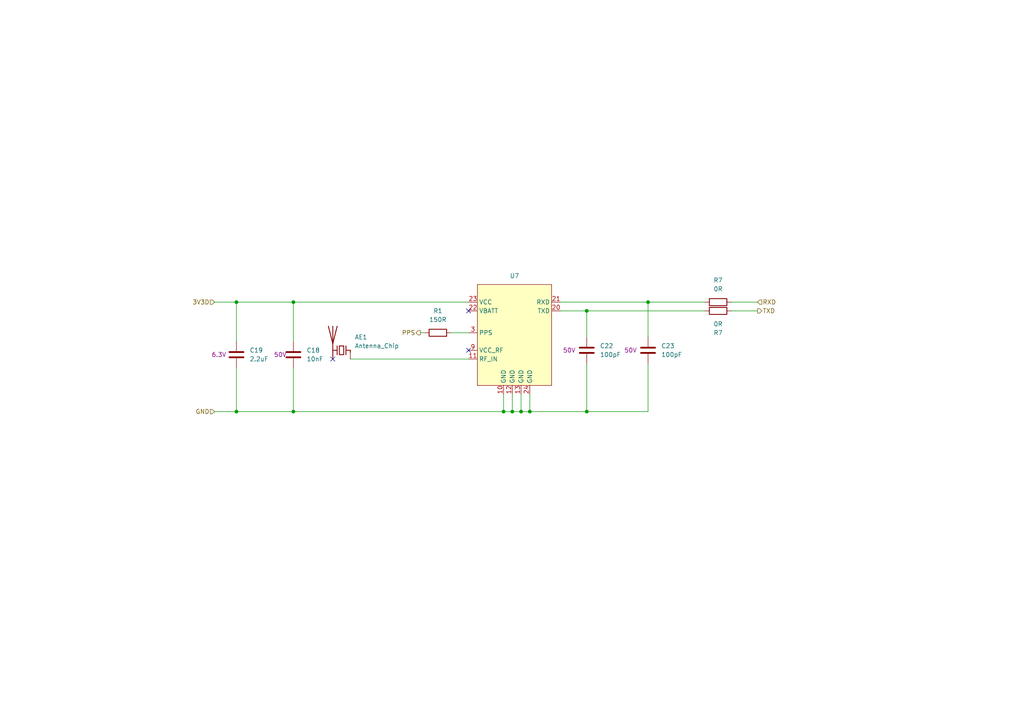
<source format=kicad_sch>
(kicad_sch (version 20230121) (generator eeschema)
  (paper "A4")
  (lib_symbols
    (symbol "Device:Antenna_Chip" (pin_numbers hide) (pin_names (offset 1.016) hide)
      (property "Reference" "AE" (at 0 5.08 0))
      (property "Value" "Antenna_Chip" (at 0 3.175 0))
      (symbol "Antenna_Chip_0_1"
        (polyline (pts (xy -2.54 0) (xy -2.54 -0.635)) (stroke (width 0.254)))
        (polyline (pts (xy -2.54 0) (xy -1.27 0)) (stroke (width 0.254)))
        (polyline (pts (xy 1.27 0) (xy 2.54 0)) (stroke (width 0.254)))
        (polyline (pts (xy 1.27 1.27) (xy 1.27 -1.27)) (stroke (width 0.254)))
        (polyline (pts (xy 2.54 -0.635) (xy 2.54 0)))
        (polyline (pts (xy 2.54 6.985) (xy 2.54 -1.905)) (stroke (width 0.254)))
        (polyline (pts (xy -1.27 1.27) (xy -1.27 -1.27) (xy -1.27 0)) (stroke (width 0.254)))
        (polyline (pts (xy 3.81 6.985) (xy 2.54 1.905) (xy 1.27 6.985)) (stroke (width 0.254)))
        (polyline (pts (xy -0.635 1.27) (xy 0.635 1.27) (xy 0.635 -1.27) (xy -0.635 -1.27) (xy -0.635 1.27)) (stroke (width 0.254)))
      )
      (symbol "Antenna_Chip_1_1"
        (pin input line (at -2.54 -2.54 90) (length 2.54) (name "FEED") (number "1"))
        (pin passive line (at 2.54 -2.54 90) (length 2.54) (name "PCB_Trace") (number "2"))
      )
    )
    (symbol "Device:C" (pin_numbers hide) (pin_names (offset 0.254))
      (property "Reference" "C" (at 0.635 2.54 0))
      (property "Value" "C" (at 0.635 -2.54 0))
      (symbol "C_0_1"
        (polyline (pts (xy -2.032 -0.762) (xy 2.032 -0.762)) (stroke (width 0.508)))
        (polyline (pts (xy -2.032 0.762) (xy 2.032 0.762)) (stroke (width 0.508)))
      )
      (symbol "C_1_1"
        (pin passive line (at 0 3.81 270) (length 2.794) (name "~") (number "1"))
        (pin passive line (at 0 -3.81 90) (length 2.794) (name "~") (number "2"))
      )
    )
    (symbol "Device:R" (pin_numbers hide) (pin_names (offset 0))
      (property "Reference" "R" (at 2.032 0 90))
      (property "Value" "R" (at 0 0 90))
      (symbol "R_0_1"
        (rectangle (start -1.016 -2.54) (end 1.016 2.54) (stroke (width 0.254)))
      )
      (symbol "R_1_1"
        (pin passive line (at 0 3.81 270) (length 1.27) (name "~") (number "1"))
        (pin passive line (at 0 -3.81 90) (length 1.27) (name "~") (number "2"))
      )
    )
    (symbol "my_library:YIC31612EBGG"
      (property "Reference" "U" (at 0 12.7 0))
      (symbol "YIC31612EBGG_1_1"
        (rectangle (start -11.43 11.43) (end 10.16 -17.78) (fill (type background)))
        (pin no_connect line (at 0 -2.54 180) (length 2.54) hide (name "NC") (number "1"))
        (pin power_in line (at -3.81 -20.32 90) (length 2.54) (name "GND") (number "10"))
        (pin input line (at -13.97 -10.16 0) (length 2.54) (name "RF_IN") (number "11"))
        (pin power_in line (at -1.27 -20.32 90) (length 2.54) (name "GND") (number "12"))
        (pin power_in line (at 1.27 -20.32 90) (length 2.54) (name "GND") (number "13"))
        (pin no_connect line (at 0 -2.54 180) (length 2.54) hide (name "NC") (number "14"))
        (pin no_connect line (at 0 -2.54 180) (length 2.54) hide (name "NC") (number "15"))
        (pin no_connect line (at 0 -2.54 180) (length 2.54) hide (name "NC") (number "16"))
        (pin no_connect line (at 0 -2.54 180) (length 2.54) hide (name "NC") (number "17"))
        (pin no_connect line (at 0 -2.54 180) (length 2.54) hide (name "NC") (number "18"))
        (pin no_connect line (at 0 -2.54 180) (length 2.54) hide (name "NC") (number "19"))
        (pin no_connect line (at 0 -2.54 180) (length 2.54) hide (name "NC") (number "2"))
        (pin output line (at 12.7 3.81 180) (length 2.54) (name "TXD") (number "20"))
        (pin input line (at 12.7 6.35 180) (length 2.54) (name "RXD") (number "21"))
        (pin power_in line (at -13.97 3.81 0) (length 2.54) (name "VBATT") (number "22"))
        (pin power_in line (at -13.97 6.35 0) (length 2.54) (name "VCC") (number "23"))
        (pin power_in line (at 3.81 -20.32 90) (length 2.54) (name "GND") (number "24"))
        (pin output line (at -13.97 -2.54 0) (length 2.54) (name "PPS") (number "3"))
        (pin no_connect line (at 0 -2.54 180) (length 2.54) hide (name "NC") (number "4"))
        (pin no_connect line (at 0 -2.54 180) (length 2.54) hide (name "NC") (number "5"))
        (pin no_connect line (at 0 -2.54 180) (length 2.54) hide (name "NC") (number "6"))
        (pin no_connect line (at 0 -2.54 180) (length 2.54) hide (name "NC") (number "7"))
        (pin no_connect line (at 0 -2.54 180) (length 2.54) hide (name "NC") (number "8"))
        (pin output line (at -13.97 -7.62 0) (length 2.54) (name "VCC_RF") (number "9"))
      )
    )
  )
  (junction (at 85.09 119.38))
  (junction (at 85.09 87.63))
  (junction (at 68.58 119.38))
  (junction (at 148.59 119.38))
  (junction (at 151.13 119.38))
  (junction (at 153.67 119.38))
  (junction (at 146.05 119.38))
  (junction (at 170.18 90.17))
  (junction (at 187.96 87.63))
  (junction (at 170.18 119.38))
  (junction (at 68.58 87.63))
  (no_connect (at 96.52 104.14))
  (no_connect (at 135.89 90.17))
  (no_connect (at 135.89 101.6))
  (wire (pts (xy 153.67 119.38) (xy 170.18 119.38)))
  (wire (pts (xy 151.13 119.38) (xy 153.67 119.38)))
  (wire (pts (xy 162.56 87.63) (xy 187.96 87.63)))
  (wire (pts (xy 212.09 90.17) (xy 219.71 90.17)))
  (wire (pts (xy 170.18 90.17) (xy 170.18 97.79)))
  (wire (pts (xy 187.96 119.38) (xy 187.96 105.41)))
  (wire (pts (xy 62.23 87.63) (xy 68.58 87.63)))
  (wire (pts (xy 148.59 119.38) (xy 151.13 119.38)))
  (wire (pts (xy 62.23 119.38) (xy 68.58 119.38)))
  (wire (pts (xy 170.18 119.38) (xy 170.18 105.41)))
  (wire (pts (xy 68.58 87.63) (xy 85.09 87.63)))
  (wire (pts (xy 85.09 106.68) (xy 85.09 119.38)))
  (wire (pts (xy 148.59 119.38) (xy 148.59 114.3)))
  (wire (pts (xy 121.92 96.52) (xy 123.19 96.52)))
  (wire (pts (xy 146.05 119.38) (xy 148.59 119.38)))
  (wire (pts (xy 153.67 119.38) (xy 153.67 114.3)))
  (wire (pts (xy 170.18 90.17) (xy 204.47 90.17)))
  (wire (pts (xy 68.58 106.68) (xy 68.58 119.38)))
  (wire (pts (xy 101.6 104.14) (xy 135.89 104.14)))
  (wire (pts (xy 85.09 87.63) (xy 135.89 87.63)))
  (wire (pts (xy 85.09 119.38) (xy 146.05 119.38)))
  (wire (pts (xy 212.09 87.63) (xy 219.71 87.63)))
  (wire (pts (xy 187.96 87.63) (xy 204.47 87.63)))
  (wire (pts (xy 162.56 90.17) (xy 170.18 90.17)))
  (wire (pts (xy 170.18 119.38) (xy 187.96 119.38)))
  (wire (pts (xy 68.58 99.06) (xy 68.58 87.63)))
  (wire (pts (xy 151.13 119.38) (xy 151.13 114.3)))
  (wire (pts (xy 85.09 99.06) (xy 85.09 87.63)))
  (wire (pts (xy 187.96 87.63) (xy 187.96 97.79)))
  (wire (pts (xy 68.58 119.38) (xy 85.09 119.38)))
  (wire (pts (xy 130.81 96.52) (xy 135.89 96.52)))
  (wire (pts (xy 146.05 119.38) (xy 146.05 114.3)))
  (hierarchical_label "GND" (shape input) (at 62.23 119.38 180))
  (hierarchical_label "PPS" (shape output) (at 121.92 96.52 180))
  (hierarchical_label "TXD" (shape output) (at 219.71 90.17 0))
  (hierarchical_label "3V3D" (shape input) (at 62.23 87.63 180))
  (hierarchical_label "RXD" (shape input) (at 219.71 87.63 0))
  (symbol (lib_id "Device:C") (at 170.18 101.6 0) (unit 1)
    (property "Reference" "C22" (at 173.99 100.33 0) (effects (justify left)))
    (property "Value" "100pF" (at 173.99 102.87 0) (effects (justify left)))
    (property "Footprint" "Capacitor_SMD:C_0402_1005Metric" (effects hide))
    (property "Datasheet" "https://wmsc.lcsc.com/wmsc/upload/file/pdf/v2/lcsc/2304140030_FH--Guangdong-Fenghua-Advanced-Tech-0402CG101J500NT_C1546.pdf" (effects hide))
    (property "Manufacturer PN" "0402CG101J500NT" (effects hide))
    (property "Supplier PN" "C1546" (effects hide))
    (property "Supplier" "JLC" (effects hide))
    (property "Voltage" "50V" (at 165.1 101.6 0))
  )
  (symbol (lib_id "Device:R") (at 208.28 87.63 90) (unit 1)
    (property "Reference" "R7" (at 208.28 81.28 90))
    (property "Value" "0R" (at 208.28 83.82 90))
    (property "Footprint" "Resistor_SMD:R_0402_1005Metric" (effects hide))
    (property "Datasheet" "https://wmsc.lcsc.com/wmsc/upload/file/pdf/v2/lcsc/2206010216_UNI-ROYAL-Uniroyal-Elec-0402WGF0000TCE_C17168.pdf" (effects hide))
    (property "Manufacturer PN" "0402WGF0000TCE" (effects hide))
    (property "Supplier PN" "C17168" (effects hide))
    (property "Supplier" "JLC" (effects hide))
    (instances (project "flight_computer" (path "" (reference "R7") (unit 1)) (path "" (reference "R19") (unit 1))))
  )
  (symbol (lib_id "my_library:YIC31612EBGG") (at 149.86 93.98 0) (unit 1)
    (property "Reference" "U7" (at 149.225 80.01 0))
    (property "Value" "YIC31612EBGG" (effects hide))
    (property "Footprint" "my_footprints:24-SMD Module" (effects hide))
    (property "Datasheet" "https://www.yic.com.tw/wp-content/uploads/2022/01/YIC31612EBGG.pdf" (effects hide))
  )
  (symbol (lib_id "Device:Antenna_Chip") (at 99.06 101.6 0) (mirror y) (unit 1)
    (property "Reference" "AE1" (at 102.87 97.79 0) (effects (justify right)))
    (property "Value" "Antenna_Chip" (at 102.87 100.33 0) (effects (justify right)))
    (property "Footprint" "my_footprints:ANT_ANT8010LL05R1516A_PUL" (effects hide))
    (property "Datasheet" "https://productfinder.pulseelectronics.com/api/open/part-attachments/datasheet/ANT8010LL05R1516A" (effects hide))
    (property "Manufacturer PN" "ANT8010LL05R1516A" (effects hide))
    (property "Supplier PN" "311-4601-1-ND" (effects hide))
    (property "Supplier" "Digikey" (effects hide))
  )
  (symbol (lib_id "Device:C") (at 68.58 102.87 0) (unit 1)
    (property "Reference" "C19" (at 72.39 101.6 0) (effects (justify left)))
    (property "Value" "2.2uF" (at 72.39 104.14 0) (effects (justify left)))
    (property "Footprint" "Capacitor_SMD:C_0402_1005Metric" (effects hide))
    (property "Datasheet" "https://wmsc.lcsc.com/wmsc/upload/file/pdf/v2/lcsc/2304140030_Samsung-Electro-Mechanics-CL05A225MQ5NSNC_C12530.pdf" (effects hide))
    (property "Manufacturer PN" "CL05A225MQ5NSNC" (effects hide))
    (property "Supplier PN" "C12530" (effects hide))
    (property "Supplier" "JLC" (effects hide))
    (property "Voltage" "6.3V" (at 63.5 102.87 0))
    (instances (project "flight_computer" (path "" (reference "C19") (unit 1)) (path "" (reference "C21") (unit 1))))
  )
  (symbol (lib_id "Device:C") (at 85.09 102.87 0) (unit 1)
    (property "Reference" "C18" (at 88.9 101.6 0) (effects (justify left)))
    (property "Value" "10nF" (at 88.9 104.14 0) (effects (justify left)))
    (property "Footprint" "Capacitor_SMD:C_0402_1005Metric" (effects hide))
    (property "Datasheet" "https://wmsc.lcsc.com/wmsc/upload/file/pdf/v2/lcsc/2304140030_Samsung-Electro-Mechanics-CL05B103KB5NNNC_C15195.pdf" (effects hide))
    (property "Manufacturer PN" "CL05B103KB5NNNC" (effects hide))
    (property "Supplier PN" "C15195" (effects hide))
    (property "Supplier" "JLC" (effects hide))
    (property "Voltage" "50V" (at 81.28 102.87 0))
    (instances (project "flight_computer" (path "" (reference "C18") (unit 1)) (path "" (reference "C20") (unit 1))))
  )
  (symbol (lib_id "Device:R") (at 208.28 90.17 90) (mirror x) (unit 1)
    (property "Reference" "R7" (at 208.28 96.52 90))
    (property "Value" "0R" (at 208.28 93.98 90))
    (property "Footprint" "Resistor_SMD:R_0402_1005Metric" (effects hide))
    (property "Datasheet" "https://wmsc.lcsc.com/wmsc/upload/file/pdf/v2/lcsc/2206010216_UNI-ROYAL-Uniroyal-Elec-0402WGF0000TCE_C17168.pdf" (effects hide))
    (property "Manufacturer PN" "0402WGF0000TCE" (effects hide))
    (property "Supplier PN" "C17168" (effects hide))
    (property "Supplier" "JLC" (effects hide))
    (instances (project "flight_computer" (path "" (reference "R7") (unit 1)) (path "" (reference "R20") (unit 1))))
  )
  (symbol (lib_id "Device:C") (at 187.96 101.6 0) (unit 1)
    (property "Reference" "C23" (at 191.77 100.33 0) (effects (justify left)))
    (property "Value" "100pF" (at 191.77 102.87 0) (effects (justify left)))
    (property "Footprint" "Capacitor_SMD:C_0402_1005Metric" (effects hide))
    (property "Datasheet" "https://wmsc.lcsc.com/wmsc/upload/file/pdf/v2/lcsc/2304140030_FH--Guangdong-Fenghua-Advanced-Tech-0402CG101J500NT_C1546.pdf" (effects hide))
    (property "Manufacturer PN" "0402CG101J500NT" (effects hide))
    (property "Supplier PN" "C1546" (effects hide))
    (property "Supplier" "JLC" (effects hide))
    (property "Voltage" "50V" (at 182.88 101.6 0))
  )
  (symbol (lib_id "Device:R") (at 127 96.52 90) (unit 1)
    (property "Reference" "R1" (at 127 90.17 90))
    (property "Value" "150R" (at 127 92.71 90))
    (property "Footprint" "Resistor_SMD:R_0402_1005Metric" (effects hide))
    (property "Datasheet" "https://wmsc.lcsc.com/wmsc/upload/file/pdf/v2/lcsc/2205311900_UNI-ROYAL-Uniroyal-Elec-0402WGF1500TCE_C25082.pdf" (effects hide))
    (property "Manufacturer PN" "0402WGF1500TCE" (effects hide))
    (property "Supplier PN" "C25082" (effects hide))
    (property "Supplier" "JLC" (effects hide))
    (instances (project "flight_computer" (path "" (reference "R1") (unit 1)) (path "" (reference "R21") (unit 1))))
  )
)
</source>
